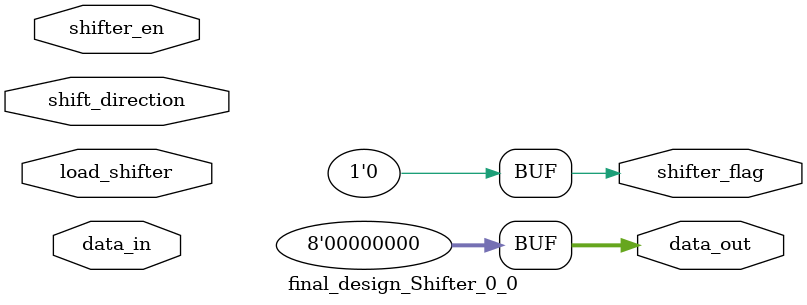
<source format=v>
module final_design_Shifter_0_0(	// file.cleaned.mlir:2:3
  input  [7:0] data_in,	// file.cleaned.mlir:2:42
  input        shift_direction,	// file.cleaned.mlir:2:60
               shifter_en,	// file.cleaned.mlir:2:86
               load_shifter,	// file.cleaned.mlir:2:107
  output [7:0] data_out,	// file.cleaned.mlir:2:131
  output       shifter_flag	// file.cleaned.mlir:2:150
);

  assign data_out = 8'h0;	// file.cleaned.mlir:3:14, :5:5
  assign shifter_flag = 1'h0;	// file.cleaned.mlir:4:14, :5:5
endmodule


</source>
